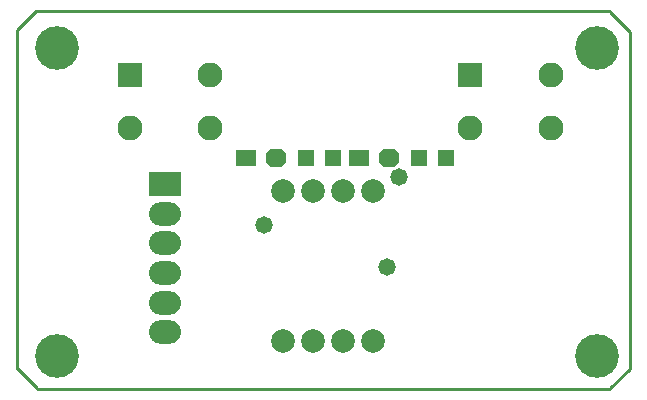
<source format=gts>
G04*
G04 #@! TF.GenerationSoftware,Altium Limited,Altium Designer,20.0.10 (225)*
G04*
G04 Layer_Color=8388736*
%FSLAX24Y24*%
%MOIN*%
G70*
G01*
G75*
%ADD11C,0.0100*%
G04:AMPARAMS|DCode=17|XSize=68mil|YSize=58mil|CornerRadius=0mil|HoleSize=0mil|Usage=FLASHONLY|Rotation=0.000|XOffset=0mil|YOffset=0mil|HoleType=Round|Shape=Octagon|*
%AMOCTAGOND17*
4,1,8,0.0340,-0.0145,0.0340,0.0145,0.0195,0.0290,-0.0195,0.0290,-0.0340,0.0145,-0.0340,-0.0145,-0.0195,-0.0290,0.0195,-0.0290,0.0340,-0.0145,0.0*
%
%ADD17OCTAGOND17*%

%ADD18R,0.0680X0.0580*%
%ADD19R,0.0580X0.0580*%
%ADD20C,0.1458*%
%ADD21O,0.1064X0.0789*%
%ADD22R,0.1064X0.0789*%
%ADD23C,0.0789*%
%ADD24R,0.0828X0.0828*%
%ADD25C,0.0828*%
%ADD26C,0.0580*%
D11*
X19050Y10525D02*
Y21800D01*
X19700Y22450D02*
X38808Y22450D01*
X19725Y9850D02*
X38825Y9850D01*
X39500Y10525D02*
Y21750D01*
X38808Y22450D02*
X38825Y22433D01*
Y22425D02*
X39500Y21750D01*
X38825Y9875D02*
X39475Y10525D01*
X19075D02*
X19725Y9875D01*
X19050Y21800D02*
X19700Y22450D01*
X19900D01*
X19700D02*
X19750D01*
D17*
X27700Y17550D02*
D03*
X31450D02*
D03*
D18*
X26700D02*
D03*
X30450D02*
D03*
D19*
X29600D02*
D03*
X28700D02*
D03*
X33350D02*
D03*
X32450D02*
D03*
D20*
X20400Y21200D02*
D03*
Y10950D02*
D03*
X38400D02*
D03*
Y21200D02*
D03*
D21*
X24000Y12731D02*
D03*
Y11747D02*
D03*
Y13716D02*
D03*
Y14700D02*
D03*
Y15684D02*
D03*
D22*
Y16668D02*
D03*
D23*
X27928Y16450D02*
D03*
X28928D02*
D03*
X29928D02*
D03*
X30928D02*
D03*
X27928Y11450D02*
D03*
X28928D02*
D03*
X29928D02*
D03*
X30928D02*
D03*
D24*
X22811Y20330D02*
D03*
X34161D02*
D03*
D25*
X22811Y18558D02*
D03*
X25489D02*
D03*
Y20330D02*
D03*
X34161Y18558D02*
D03*
X36839D02*
D03*
Y20330D02*
D03*
D26*
X27279Y15329D02*
D03*
X31400Y13900D02*
D03*
X31800Y16900D02*
D03*
M02*

</source>
